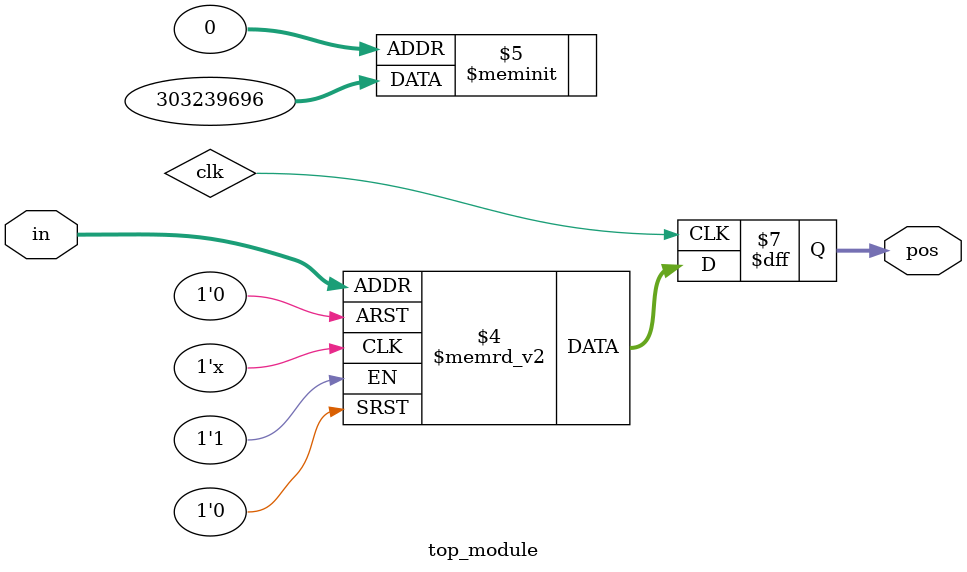
<source format=sv>
module top_module (
    input [3:0] in,
    output reg [1:0] pos
);

    always @(posedge clk) begin
        case (in)
            4'd0: pos = 2'd0;
            4'd1: pos = 2'd0;
            4'd2: pos = 2'd1;
            4'd3: pos = 2'd0;
            4'd4: pos = 2'd2;
            4'd5: pos = 2'd0;
            4'd6: pos = 2'd1;
            4'd7: pos = 2'd0;
            4'd8: pos = 2'd3;
            4'd9: pos = 2'd0;
            4'd10: pos = 2'd1;
            4'd11: pos = 2'd0;
            4'd12: pos = 2'd2;
            4'd13: pos = 2'd0;
            4'd14: pos = 2'd1;
            4'd15: pos = 2'd0;
            default: pos = 2'd0;
        endcase
    end

endmodule

</source>
